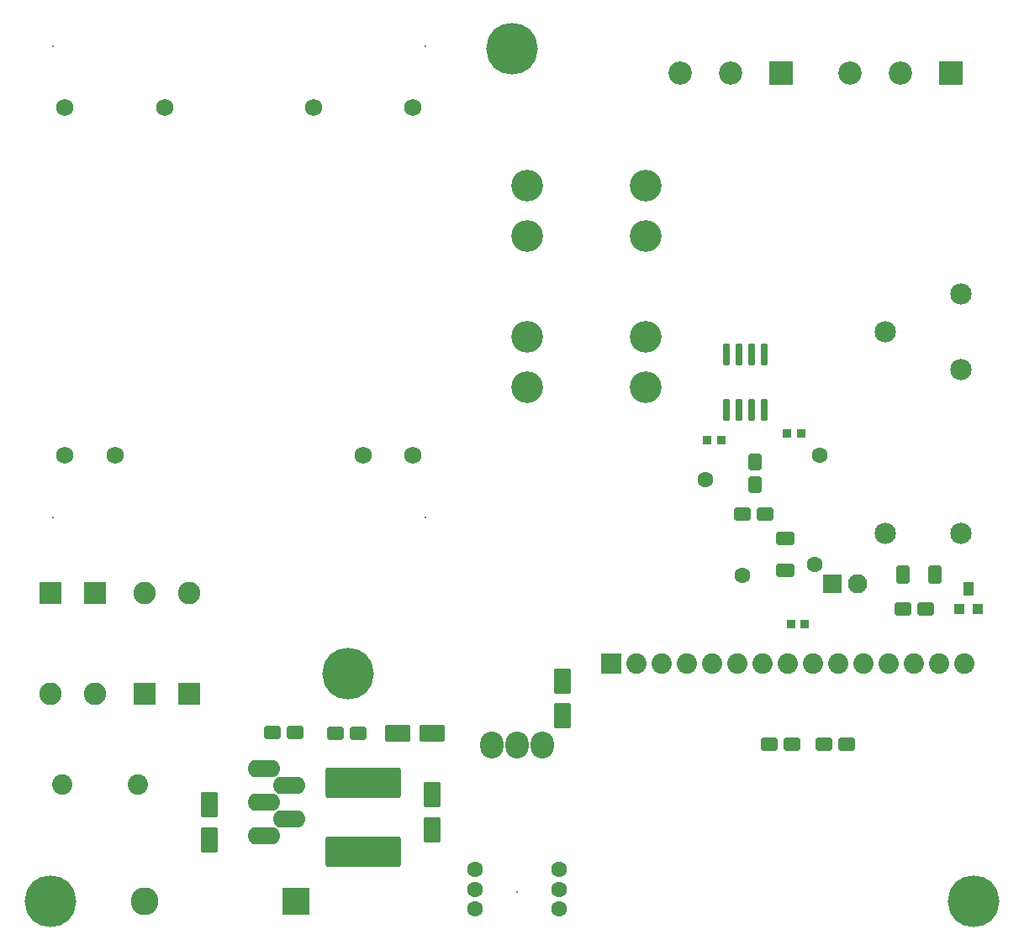
<source format=gbr>
%TF.GenerationSoftware,Altium Limited,Altium Designer,24.0.1 (36)*%
G04 Layer_Color=8388736*
%FSLAX45Y45*%
%MOMM*%
%TF.SameCoordinates,95B5C6B2-F670-4A0E-B731-85317CB4A22F*%
%TF.FilePolarity,Negative*%
%TF.FileFunction,Soldermask,Top*%
%TF.Part,Single*%
G01*
G75*
%TA.AperFunction,SMDPad,CuDef*%
G04:AMPARAMS|DCode=51|XSize=1.3432mm|YSize=1.8332mm|CornerRadius=0.2441mm|HoleSize=0mm|Usage=FLASHONLY|Rotation=0.000|XOffset=0mm|YOffset=0mm|HoleType=Round|Shape=RoundedRectangle|*
%AMROUNDEDRECTD51*
21,1,1.34320,1.34500,0,0,0.0*
21,1,0.85500,1.83320,0,0,0.0*
1,1,0.48820,0.42750,-0.67250*
1,1,0.48820,-0.42750,-0.67250*
1,1,0.48820,-0.42750,0.67250*
1,1,0.48820,0.42750,0.67250*
%
%ADD51ROUNDEDRECTD51*%
G04:AMPARAMS|DCode=52|XSize=1.624mm|YSize=1.37mm|CornerRadius=0.14525mm|HoleSize=0mm|Usage=FLASHONLY|Rotation=180.000|XOffset=0mm|YOffset=0mm|HoleType=Round|Shape=RoundedRectangle|*
%AMROUNDEDRECTD52*
21,1,1.62400,1.07950,0,0,180.0*
21,1,1.33350,1.37000,0,0,180.0*
1,1,0.29050,-0.66675,0.53975*
1,1,0.29050,0.66675,0.53975*
1,1,0.29050,0.66675,-0.53975*
1,1,0.29050,-0.66675,-0.53975*
%
%ADD52ROUNDEDRECTD52*%
G04:AMPARAMS|DCode=53|XSize=0.862mm|YSize=0.862mm|CornerRadius=0.0881mm|HoleSize=0mm|Usage=FLASHONLY|Rotation=180.000|XOffset=0mm|YOffset=0mm|HoleType=Round|Shape=RoundedRectangle|*
%AMROUNDEDRECTD53*
21,1,0.86200,0.68580,0,0,180.0*
21,1,0.68580,0.86200,0,0,180.0*
1,1,0.17620,-0.34290,0.34290*
1,1,0.17620,0.34290,0.34290*
1,1,0.17620,0.34290,-0.34290*
1,1,0.17620,-0.34290,-0.34290*
%
%ADD53ROUNDEDRECTD53*%
G04:AMPARAMS|DCode=54|XSize=1.624mm|YSize=1.37mm|CornerRadius=0.14525mm|HoleSize=0mm|Usage=FLASHONLY|Rotation=90.000|XOffset=0mm|YOffset=0mm|HoleType=Round|Shape=RoundedRectangle|*
%AMROUNDEDRECTD54*
21,1,1.62400,1.07950,0,0,90.0*
21,1,1.33350,1.37000,0,0,90.0*
1,1,0.29050,0.53975,0.66675*
1,1,0.29050,0.53975,-0.66675*
1,1,0.29050,-0.53975,-0.66675*
1,1,0.29050,-0.53975,0.66675*
%
%ADD54ROUNDEDRECTD54*%
%ADD55R,1.11760X1.47320*%
%ADD56R,1.11760X1.11760*%
G04:AMPARAMS|DCode=57|XSize=7.6mm|YSize=3.1mm|CornerRadius=0.275mm|HoleSize=0mm|Usage=FLASHONLY|Rotation=180.000|XOffset=0mm|YOffset=0mm|HoleType=Round|Shape=RoundedRectangle|*
%AMROUNDEDRECTD57*
21,1,7.60000,2.55000,0,0,180.0*
21,1,7.05000,3.10000,0,0,180.0*
1,1,0.55000,-3.52500,1.27500*
1,1,0.55000,3.52500,1.27500*
1,1,0.55000,3.52500,-1.27500*
1,1,0.55000,-3.52500,-1.27500*
%
%ADD57ROUNDEDRECTD57*%
G04:AMPARAMS|DCode=58|XSize=1.3432mm|YSize=1.8332mm|CornerRadius=0.2441mm|HoleSize=0mm|Usage=FLASHONLY|Rotation=90.000|XOffset=0mm|YOffset=0mm|HoleType=Round|Shape=RoundedRectangle|*
%AMROUNDEDRECTD58*
21,1,1.34320,1.34500,0,0,90.0*
21,1,0.85500,1.83320,0,0,90.0*
1,1,0.48820,0.67250,0.42750*
1,1,0.48820,0.67250,-0.42750*
1,1,0.48820,-0.67250,-0.42750*
1,1,0.48820,-0.67250,0.42750*
%
%ADD58ROUNDEDRECTD58*%
G04:AMPARAMS|DCode=59|XSize=2.6mm|YSize=1.7mm|CornerRadius=0.17mm|HoleSize=0mm|Usage=FLASHONLY|Rotation=90.000|XOffset=0mm|YOffset=0mm|HoleType=Round|Shape=RoundedRectangle|*
%AMROUNDEDRECTD59*
21,1,2.60000,1.36000,0,0,90.0*
21,1,2.26000,1.70000,0,0,90.0*
1,1,0.34000,0.68000,1.13000*
1,1,0.34000,0.68000,-1.13000*
1,1,0.34000,-0.68000,-1.13000*
1,1,0.34000,-0.68000,1.13000*
%
%ADD59ROUNDEDRECTD59*%
G04:AMPARAMS|DCode=60|XSize=2.132mm|YSize=0.7096mm|CornerRadius=0.09572mm|HoleSize=0mm|Usage=FLASHONLY|Rotation=270.000|XOffset=0mm|YOffset=0mm|HoleType=Round|Shape=RoundedRectangle|*
%AMROUNDEDRECTD60*
21,1,2.13200,0.51816,0,0,270.0*
21,1,1.94056,0.70960,0,0,270.0*
1,1,0.19144,-0.25908,-0.97028*
1,1,0.19144,-0.25908,0.97028*
1,1,0.19144,0.25908,0.97028*
1,1,0.19144,0.25908,-0.97028*
%
%ADD60ROUNDEDRECTD60*%
G04:AMPARAMS|DCode=61|XSize=2.6mm|YSize=1.7mm|CornerRadius=0.17mm|HoleSize=0mm|Usage=FLASHONLY|Rotation=0.000|XOffset=0mm|YOffset=0mm|HoleType=Round|Shape=RoundedRectangle|*
%AMROUNDEDRECTD61*
21,1,2.60000,1.36000,0,0,0.0*
21,1,2.26000,1.70000,0,0,0.0*
1,1,0.34000,1.13000,-0.68000*
1,1,0.34000,-1.13000,-0.68000*
1,1,0.34000,-1.13000,0.68000*
1,1,0.34000,1.13000,0.68000*
%
%ADD61ROUNDEDRECTD61*%
%TA.AperFunction,ComponentPad*%
%ADD62C,2.05320*%
%ADD63R,2.05320X2.05320*%
%ADD64C,5.20320*%
%ADD65C,2.35320*%
%ADD66R,2.35320X2.35320*%
%ADD67C,3.20320*%
%ADD68C,0.20320*%
%ADD69C,1.72720*%
%ADD70C,2.15320*%
%ADD71O,2.35320X2.70320*%
%ADD72R,1.95321X1.95321*%
%ADD73C,1.95321*%
%ADD74R,2.25320X2.25320*%
%ADD75C,2.25320*%
%ADD76C,2.05321*%
%ADD77O,3.30320X1.75320*%
%ADD78C,2.80320*%
%ADD79R,2.80320X2.80320*%
%TA.AperFunction,ViaPad*%
%ADD80C,1.60320*%
D51*
X8935000Y3650000D02*
D03*
X9263000D02*
D03*
D52*
X7820000Y1940000D02*
D03*
X7591400D02*
D03*
X8368600D02*
D03*
X8140000D02*
D03*
X7550000Y4253465D02*
D03*
X7321400D02*
D03*
X3450000Y2050000D02*
D03*
X3221400D02*
D03*
X2819634Y2051065D02*
D03*
X2591034D02*
D03*
X8935700Y3300000D02*
D03*
X9164300D02*
D03*
D53*
X7950000Y3150000D02*
D03*
X7810300D02*
D03*
X7104600Y4996866D02*
D03*
X6964900D02*
D03*
X7770300Y5070000D02*
D03*
X7910000D02*
D03*
D54*
X7450000Y4550671D02*
D03*
Y4779271D02*
D03*
D55*
X9600000Y3500000D02*
D03*
D56*
X9693980Y3296800D02*
D03*
X9503480D02*
D03*
D57*
X3500000Y1550000D02*
D03*
Y850000D02*
D03*
D58*
X7750000Y3686000D02*
D03*
Y4014000D02*
D03*
D59*
X5510000Y2572285D02*
D03*
Y2222286D02*
D03*
X4200000Y1075000D02*
D03*
Y1425000D02*
D03*
X1950000Y1325000D02*
D03*
Y975000D02*
D03*
D60*
X7536400Y5860466D02*
D03*
X7409400D02*
D03*
X7282400D02*
D03*
X7155400D02*
D03*
Y5301666D02*
D03*
X7282400D02*
D03*
X7409400D02*
D03*
X7536400D02*
D03*
D61*
X4200000Y2050000D02*
D03*
X3850000D02*
D03*
D62*
X9048000Y2750000D02*
D03*
X8794000D02*
D03*
X8540000D02*
D03*
X8286000D02*
D03*
X8032000D02*
D03*
X6762000D02*
D03*
X6508000D02*
D03*
X6254000D02*
D03*
X7016000D02*
D03*
X7270000D02*
D03*
X7524000D02*
D03*
X7778000D02*
D03*
X9302000D02*
D03*
X9556000D02*
D03*
D63*
X6000000D02*
D03*
D64*
X3350000Y2650000D02*
D03*
X9650000Y350000D02*
D03*
X5000000Y8950000D02*
D03*
X350000Y350000D02*
D03*
D65*
X8400000Y8700000D02*
D03*
X8908000D02*
D03*
X6692000D02*
D03*
X7200000D02*
D03*
D66*
X9416000D02*
D03*
X7708000D02*
D03*
D67*
X6350800Y5534300D02*
D03*
Y6042300D02*
D03*
Y7058300D02*
D03*
Y7566300D02*
D03*
X5150800Y5534300D02*
D03*
Y6042300D02*
D03*
Y7058300D02*
D03*
Y7566300D02*
D03*
D68*
X4125000Y4225000D02*
D03*
X375000D02*
D03*
Y8975000D02*
D03*
X4125000D02*
D03*
X5050000Y450000D02*
D03*
D69*
X500000Y8350000D02*
D03*
X4000000D02*
D03*
X1500000D02*
D03*
X3000000D02*
D03*
X500000Y4850000D02*
D03*
X4000000D02*
D03*
X3500000D02*
D03*
X1000000D02*
D03*
D70*
X9525000Y6477000D02*
D03*
Y5715000D02*
D03*
X8763000Y6096000D02*
D03*
X9525000Y4064000D02*
D03*
X8763000D02*
D03*
D71*
X5304000Y1931666D02*
D03*
X5050000Y1931700D02*
D03*
X4796000D02*
D03*
D72*
X8223000Y3550000D02*
D03*
D73*
X8477000D02*
D03*
D74*
X1300000Y2442000D02*
D03*
X800000Y3458000D02*
D03*
X350000D02*
D03*
X1750000Y2442000D02*
D03*
D75*
X1300000Y3458000D02*
D03*
X800000Y2442000D02*
D03*
X350000D02*
D03*
X1750000Y3458000D02*
D03*
D76*
X1231000Y1529215D02*
D03*
X469000D02*
D03*
D77*
X2500000Y1690000D02*
D03*
X2760000Y1520000D02*
D03*
X2500000Y1350000D02*
D03*
X2760000Y1180000D02*
D03*
X2500000Y1010000D02*
D03*
D78*
X1297714Y350000D02*
D03*
D79*
X2821714D02*
D03*
D80*
X4625000Y275000D02*
D03*
Y475000D02*
D03*
Y675000D02*
D03*
X5475000D02*
D03*
Y475000D02*
D03*
Y275000D02*
D03*
X7321400Y3638900D02*
D03*
X8050000Y3750000D02*
D03*
X6950000Y4600000D02*
D03*
X8100000Y4850000D02*
D03*
%TF.MD5,5234600ea6a01e5a6877a13e175ce8d9*%
M02*

</source>
